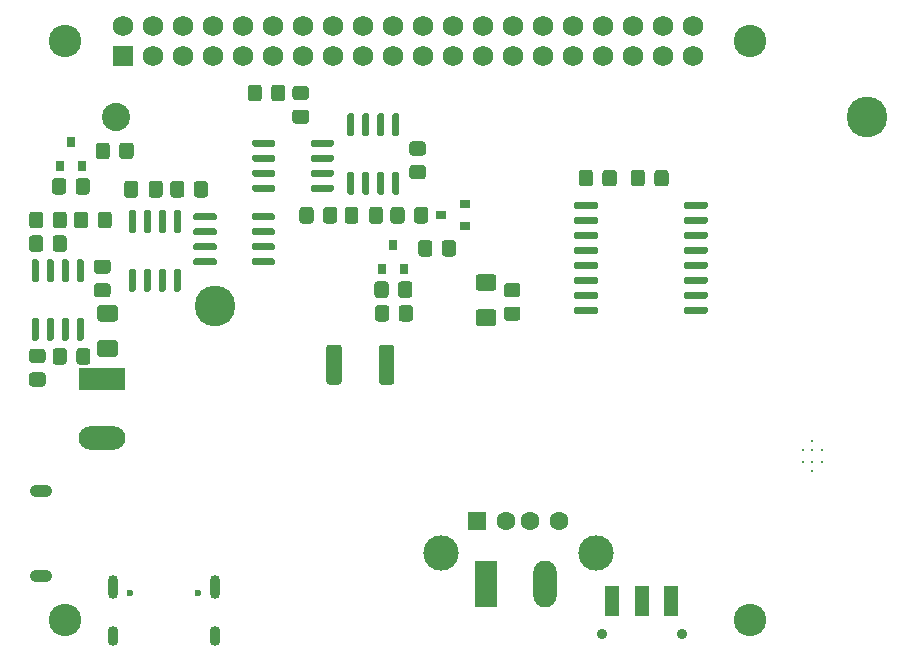
<source format=gbr>
%TF.GenerationSoftware,KiCad,Pcbnew,5.1.10-88a1d61d58~90~ubuntu20.04.1*%
%TF.CreationDate,2021-08-05T17:18:09+03:00*%
%TF.ProjectId,PiUPS,50695550-532e-46b6-9963-61645f706362,rev?*%
%TF.SameCoordinates,Original*%
%TF.FileFunction,Soldermask,Bot*%
%TF.FilePolarity,Negative*%
%FSLAX46Y46*%
G04 Gerber Fmt 4.6, Leading zero omitted, Abs format (unit mm)*
G04 Created by KiCad (PCBNEW 5.1.10-88a1d61d58~90~ubuntu20.04.1) date 2021-08-05 17:18:09*
%MOMM*%
%LPD*%
G01*
G04 APERTURE LIST*
%ADD10C,0.300000*%
%ADD11C,0.900000*%
%ADD12R,1.250000X2.500000*%
%ADD13R,0.900000X0.800000*%
%ADD14R,0.800000X0.900000*%
%ADD15C,1.750000*%
%ADD16R,1.750000X1.750000*%
%ADD17C,2.750000*%
%ADD18O,1.980000X3.960000*%
%ADD19R,1.980000X3.960000*%
%ADD20C,1.600000*%
%ADD21R,1.600000X1.600000*%
%ADD22C,3.000000*%
%ADD23O,3.960000X1.980000*%
%ADD24R,3.960000X1.980000*%
%ADD25O,1.900000X1.050000*%
%ADD26C,0.600000*%
%ADD27O,0.900000X1.700000*%
%ADD28O,0.900000X2.000000*%
%ADD29C,2.390000*%
%ADD30C,3.450000*%
G04 APERTURE END LIST*
%TO.C,R12*%
G36*
G01*
X87350000Y-75750001D02*
X87350000Y-74849999D01*
G75*
G02*
X87599999Y-74600000I249999J0D01*
G01*
X88300001Y-74600000D01*
G75*
G02*
X88550000Y-74849999I0J-249999D01*
G01*
X88550000Y-75750001D01*
G75*
G02*
X88300001Y-76000000I-249999J0D01*
G01*
X87599999Y-76000000D01*
G75*
G02*
X87350000Y-75750001I0J249999D01*
G01*
G37*
G36*
G01*
X85350000Y-75750001D02*
X85350000Y-74849999D01*
G75*
G02*
X85599999Y-74600000I249999J0D01*
G01*
X86300001Y-74600000D01*
G75*
G02*
X86550000Y-74849999I0J-249999D01*
G01*
X86550000Y-75750001D01*
G75*
G02*
X86300001Y-76000000I-249999J0D01*
G01*
X85599999Y-76000000D01*
G75*
G02*
X85350000Y-75750001I0J249999D01*
G01*
G37*
%TD*%
%TO.C,U4*%
G36*
G01*
X115025000Y-84660000D02*
X115025000Y-84960000D01*
G75*
G02*
X114875000Y-85110000I-150000J0D01*
G01*
X113125000Y-85110000D01*
G75*
G02*
X112975000Y-84960000I0J150000D01*
G01*
X112975000Y-84660000D01*
G75*
G02*
X113125000Y-84510000I150000J0D01*
G01*
X114875000Y-84510000D01*
G75*
G02*
X115025000Y-84660000I0J-150000D01*
G01*
G37*
G36*
G01*
X115025000Y-85930000D02*
X115025000Y-86230000D01*
G75*
G02*
X114875000Y-86380000I-150000J0D01*
G01*
X113125000Y-86380000D01*
G75*
G02*
X112975000Y-86230000I0J150000D01*
G01*
X112975000Y-85930000D01*
G75*
G02*
X113125000Y-85780000I150000J0D01*
G01*
X114875000Y-85780000D01*
G75*
G02*
X115025000Y-85930000I0J-150000D01*
G01*
G37*
G36*
G01*
X115025000Y-87200000D02*
X115025000Y-87500000D01*
G75*
G02*
X114875000Y-87650000I-150000J0D01*
G01*
X113125000Y-87650000D01*
G75*
G02*
X112975000Y-87500000I0J150000D01*
G01*
X112975000Y-87200000D01*
G75*
G02*
X113125000Y-87050000I150000J0D01*
G01*
X114875000Y-87050000D01*
G75*
G02*
X115025000Y-87200000I0J-150000D01*
G01*
G37*
G36*
G01*
X115025000Y-88470000D02*
X115025000Y-88770000D01*
G75*
G02*
X114875000Y-88920000I-150000J0D01*
G01*
X113125000Y-88920000D01*
G75*
G02*
X112975000Y-88770000I0J150000D01*
G01*
X112975000Y-88470000D01*
G75*
G02*
X113125000Y-88320000I150000J0D01*
G01*
X114875000Y-88320000D01*
G75*
G02*
X115025000Y-88470000I0J-150000D01*
G01*
G37*
G36*
G01*
X115025000Y-89740000D02*
X115025000Y-90040000D01*
G75*
G02*
X114875000Y-90190000I-150000J0D01*
G01*
X113125000Y-90190000D01*
G75*
G02*
X112975000Y-90040000I0J150000D01*
G01*
X112975000Y-89740000D01*
G75*
G02*
X113125000Y-89590000I150000J0D01*
G01*
X114875000Y-89590000D01*
G75*
G02*
X115025000Y-89740000I0J-150000D01*
G01*
G37*
G36*
G01*
X115025000Y-91010000D02*
X115025000Y-91310000D01*
G75*
G02*
X114875000Y-91460000I-150000J0D01*
G01*
X113125000Y-91460000D01*
G75*
G02*
X112975000Y-91310000I0J150000D01*
G01*
X112975000Y-91010000D01*
G75*
G02*
X113125000Y-90860000I150000J0D01*
G01*
X114875000Y-90860000D01*
G75*
G02*
X115025000Y-91010000I0J-150000D01*
G01*
G37*
G36*
G01*
X115025000Y-92280000D02*
X115025000Y-92580000D01*
G75*
G02*
X114875000Y-92730000I-150000J0D01*
G01*
X113125000Y-92730000D01*
G75*
G02*
X112975000Y-92580000I0J150000D01*
G01*
X112975000Y-92280000D01*
G75*
G02*
X113125000Y-92130000I150000J0D01*
G01*
X114875000Y-92130000D01*
G75*
G02*
X115025000Y-92280000I0J-150000D01*
G01*
G37*
G36*
G01*
X115025000Y-93550000D02*
X115025000Y-93850000D01*
G75*
G02*
X114875000Y-94000000I-150000J0D01*
G01*
X113125000Y-94000000D01*
G75*
G02*
X112975000Y-93850000I0J150000D01*
G01*
X112975000Y-93550000D01*
G75*
G02*
X113125000Y-93400000I150000J0D01*
G01*
X114875000Y-93400000D01*
G75*
G02*
X115025000Y-93550000I0J-150000D01*
G01*
G37*
G36*
G01*
X124325000Y-93550000D02*
X124325000Y-93850000D01*
G75*
G02*
X124175000Y-94000000I-150000J0D01*
G01*
X122425000Y-94000000D01*
G75*
G02*
X122275000Y-93850000I0J150000D01*
G01*
X122275000Y-93550000D01*
G75*
G02*
X122425000Y-93400000I150000J0D01*
G01*
X124175000Y-93400000D01*
G75*
G02*
X124325000Y-93550000I0J-150000D01*
G01*
G37*
G36*
G01*
X124325000Y-92280000D02*
X124325000Y-92580000D01*
G75*
G02*
X124175000Y-92730000I-150000J0D01*
G01*
X122425000Y-92730000D01*
G75*
G02*
X122275000Y-92580000I0J150000D01*
G01*
X122275000Y-92280000D01*
G75*
G02*
X122425000Y-92130000I150000J0D01*
G01*
X124175000Y-92130000D01*
G75*
G02*
X124325000Y-92280000I0J-150000D01*
G01*
G37*
G36*
G01*
X124325000Y-91010000D02*
X124325000Y-91310000D01*
G75*
G02*
X124175000Y-91460000I-150000J0D01*
G01*
X122425000Y-91460000D01*
G75*
G02*
X122275000Y-91310000I0J150000D01*
G01*
X122275000Y-91010000D01*
G75*
G02*
X122425000Y-90860000I150000J0D01*
G01*
X124175000Y-90860000D01*
G75*
G02*
X124325000Y-91010000I0J-150000D01*
G01*
G37*
G36*
G01*
X124325000Y-89740000D02*
X124325000Y-90040000D01*
G75*
G02*
X124175000Y-90190000I-150000J0D01*
G01*
X122425000Y-90190000D01*
G75*
G02*
X122275000Y-90040000I0J150000D01*
G01*
X122275000Y-89740000D01*
G75*
G02*
X122425000Y-89590000I150000J0D01*
G01*
X124175000Y-89590000D01*
G75*
G02*
X124325000Y-89740000I0J-150000D01*
G01*
G37*
G36*
G01*
X124325000Y-88470000D02*
X124325000Y-88770000D01*
G75*
G02*
X124175000Y-88920000I-150000J0D01*
G01*
X122425000Y-88920000D01*
G75*
G02*
X122275000Y-88770000I0J150000D01*
G01*
X122275000Y-88470000D01*
G75*
G02*
X122425000Y-88320000I150000J0D01*
G01*
X124175000Y-88320000D01*
G75*
G02*
X124325000Y-88470000I0J-150000D01*
G01*
G37*
G36*
G01*
X124325000Y-87200000D02*
X124325000Y-87500000D01*
G75*
G02*
X124175000Y-87650000I-150000J0D01*
G01*
X122425000Y-87650000D01*
G75*
G02*
X122275000Y-87500000I0J150000D01*
G01*
X122275000Y-87200000D01*
G75*
G02*
X122425000Y-87050000I150000J0D01*
G01*
X124175000Y-87050000D01*
G75*
G02*
X124325000Y-87200000I0J-150000D01*
G01*
G37*
G36*
G01*
X124325000Y-85930000D02*
X124325000Y-86230000D01*
G75*
G02*
X124175000Y-86380000I-150000J0D01*
G01*
X122425000Y-86380000D01*
G75*
G02*
X122275000Y-86230000I0J150000D01*
G01*
X122275000Y-85930000D01*
G75*
G02*
X122425000Y-85780000I150000J0D01*
G01*
X124175000Y-85780000D01*
G75*
G02*
X124325000Y-85930000I0J-150000D01*
G01*
G37*
G36*
G01*
X124325000Y-84660000D02*
X124325000Y-84960000D01*
G75*
G02*
X124175000Y-85110000I-150000J0D01*
G01*
X122425000Y-85110000D01*
G75*
G02*
X122275000Y-84960000I0J150000D01*
G01*
X122275000Y-84660000D01*
G75*
G02*
X122425000Y-84510000I150000J0D01*
G01*
X124175000Y-84510000D01*
G75*
G02*
X124325000Y-84660000I0J-150000D01*
G01*
G37*
%TD*%
D10*
%TO.C,U3*%
X133175000Y-104750000D03*
X133175000Y-107300000D03*
X133950000Y-105500000D03*
X132400000Y-105500000D03*
X133175000Y-105500000D03*
X133950000Y-106550000D03*
X132400000Y-106550000D03*
X133175000Y-106550000D03*
%TD*%
%TO.C,U1*%
G36*
G01*
X71350000Y-91325000D02*
X71050000Y-91325000D01*
G75*
G02*
X70900000Y-91175000I0J150000D01*
G01*
X70900000Y-89525000D01*
G75*
G02*
X71050000Y-89375000I150000J0D01*
G01*
X71350000Y-89375000D01*
G75*
G02*
X71500000Y-89525000I0J-150000D01*
G01*
X71500000Y-91175000D01*
G75*
G02*
X71350000Y-91325000I-150000J0D01*
G01*
G37*
G36*
G01*
X70080000Y-91325000D02*
X69780000Y-91325000D01*
G75*
G02*
X69630000Y-91175000I0J150000D01*
G01*
X69630000Y-89525000D01*
G75*
G02*
X69780000Y-89375000I150000J0D01*
G01*
X70080000Y-89375000D01*
G75*
G02*
X70230000Y-89525000I0J-150000D01*
G01*
X70230000Y-91175000D01*
G75*
G02*
X70080000Y-91325000I-150000J0D01*
G01*
G37*
G36*
G01*
X68810000Y-91325000D02*
X68510000Y-91325000D01*
G75*
G02*
X68360000Y-91175000I0J150000D01*
G01*
X68360000Y-89525000D01*
G75*
G02*
X68510000Y-89375000I150000J0D01*
G01*
X68810000Y-89375000D01*
G75*
G02*
X68960000Y-89525000I0J-150000D01*
G01*
X68960000Y-91175000D01*
G75*
G02*
X68810000Y-91325000I-150000J0D01*
G01*
G37*
G36*
G01*
X67540000Y-91325000D02*
X67240000Y-91325000D01*
G75*
G02*
X67090000Y-91175000I0J150000D01*
G01*
X67090000Y-89525000D01*
G75*
G02*
X67240000Y-89375000I150000J0D01*
G01*
X67540000Y-89375000D01*
G75*
G02*
X67690000Y-89525000I0J-150000D01*
G01*
X67690000Y-91175000D01*
G75*
G02*
X67540000Y-91325000I-150000J0D01*
G01*
G37*
G36*
G01*
X67540000Y-96275000D02*
X67240000Y-96275000D01*
G75*
G02*
X67090000Y-96125000I0J150000D01*
G01*
X67090000Y-94475000D01*
G75*
G02*
X67240000Y-94325000I150000J0D01*
G01*
X67540000Y-94325000D01*
G75*
G02*
X67690000Y-94475000I0J-150000D01*
G01*
X67690000Y-96125000D01*
G75*
G02*
X67540000Y-96275000I-150000J0D01*
G01*
G37*
G36*
G01*
X68810000Y-96275000D02*
X68510000Y-96275000D01*
G75*
G02*
X68360000Y-96125000I0J150000D01*
G01*
X68360000Y-94475000D01*
G75*
G02*
X68510000Y-94325000I150000J0D01*
G01*
X68810000Y-94325000D01*
G75*
G02*
X68960000Y-94475000I0J-150000D01*
G01*
X68960000Y-96125000D01*
G75*
G02*
X68810000Y-96275000I-150000J0D01*
G01*
G37*
G36*
G01*
X70080000Y-96275000D02*
X69780000Y-96275000D01*
G75*
G02*
X69630000Y-96125000I0J150000D01*
G01*
X69630000Y-94475000D01*
G75*
G02*
X69780000Y-94325000I150000J0D01*
G01*
X70080000Y-94325000D01*
G75*
G02*
X70230000Y-94475000I0J-150000D01*
G01*
X70230000Y-96125000D01*
G75*
G02*
X70080000Y-96275000I-150000J0D01*
G01*
G37*
G36*
G01*
X71350000Y-96275000D02*
X71050000Y-96275000D01*
G75*
G02*
X70900000Y-96125000I0J150000D01*
G01*
X70900000Y-94475000D01*
G75*
G02*
X71050000Y-94325000I150000J0D01*
G01*
X71350000Y-94325000D01*
G75*
G02*
X71500000Y-94475000I0J-150000D01*
G01*
X71500000Y-96125000D01*
G75*
G02*
X71350000Y-96275000I-150000J0D01*
G01*
G37*
%TD*%
D11*
%TO.C,SW1*%
X115325000Y-121080000D03*
X122125000Y-121080000D03*
D12*
X116225000Y-118330000D03*
X118725000Y-118330000D03*
X121225000Y-118330000D03*
%TD*%
%TO.C,R17*%
G36*
G01*
X107309999Y-93380000D02*
X108210001Y-93380000D01*
G75*
G02*
X108460000Y-93629999I0J-249999D01*
G01*
X108460000Y-94330001D01*
G75*
G02*
X108210001Y-94580000I-249999J0D01*
G01*
X107309999Y-94580000D01*
G75*
G02*
X107060000Y-94330001I0J249999D01*
G01*
X107060000Y-93629999D01*
G75*
G02*
X107309999Y-93380000I249999J0D01*
G01*
G37*
G36*
G01*
X107309999Y-91380000D02*
X108210001Y-91380000D01*
G75*
G02*
X108460000Y-91629999I0J-249999D01*
G01*
X108460000Y-92330001D01*
G75*
G02*
X108210001Y-92580000I-249999J0D01*
G01*
X107309999Y-92580000D01*
G75*
G02*
X107060000Y-92330001I0J249999D01*
G01*
X107060000Y-91629999D01*
G75*
G02*
X107309999Y-91380000I249999J0D01*
G01*
G37*
%TD*%
%TO.C,R10*%
G36*
G01*
X89399999Y-76700000D02*
X90300001Y-76700000D01*
G75*
G02*
X90550000Y-76949999I0J-249999D01*
G01*
X90550000Y-77650001D01*
G75*
G02*
X90300001Y-77900000I-249999J0D01*
G01*
X89399999Y-77900000D01*
G75*
G02*
X89150000Y-77650001I0J249999D01*
G01*
X89150000Y-76949999D01*
G75*
G02*
X89399999Y-76700000I249999J0D01*
G01*
G37*
G36*
G01*
X89399999Y-74700000D02*
X90300001Y-74700000D01*
G75*
G02*
X90550000Y-74949999I0J-249999D01*
G01*
X90550000Y-75650001D01*
G75*
G02*
X90300001Y-75900000I-249999J0D01*
G01*
X89399999Y-75900000D01*
G75*
G02*
X89150000Y-75650001I0J249999D01*
G01*
X89150000Y-74949999D01*
G75*
G02*
X89399999Y-74700000I249999J0D01*
G01*
G37*
%TD*%
%TO.C,R6*%
G36*
G01*
X115400000Y-82950001D02*
X115400000Y-82049999D01*
G75*
G02*
X115649999Y-81800000I249999J0D01*
G01*
X116350001Y-81800000D01*
G75*
G02*
X116600000Y-82049999I0J-249999D01*
G01*
X116600000Y-82950001D01*
G75*
G02*
X116350001Y-83200000I-249999J0D01*
G01*
X115649999Y-83200000D01*
G75*
G02*
X115400000Y-82950001I0J249999D01*
G01*
G37*
G36*
G01*
X113400000Y-82950001D02*
X113400000Y-82049999D01*
G75*
G02*
X113649999Y-81800000I249999J0D01*
G01*
X114350001Y-81800000D01*
G75*
G02*
X114600000Y-82049999I0J-249999D01*
G01*
X114600000Y-82950001D01*
G75*
G02*
X114350001Y-83200000I-249999J0D01*
G01*
X113649999Y-83200000D01*
G75*
G02*
X113400000Y-82950001I0J249999D01*
G01*
G37*
%TD*%
%TO.C,R4*%
G36*
G01*
X119800000Y-82950001D02*
X119800000Y-82049999D01*
G75*
G02*
X120049999Y-81800000I249999J0D01*
G01*
X120750001Y-81800000D01*
G75*
G02*
X121000000Y-82049999I0J-249999D01*
G01*
X121000000Y-82950001D01*
G75*
G02*
X120750001Y-83200000I-249999J0D01*
G01*
X120049999Y-83200000D01*
G75*
G02*
X119800000Y-82950001I0J249999D01*
G01*
G37*
G36*
G01*
X117800000Y-82950001D02*
X117800000Y-82049999D01*
G75*
G02*
X118049999Y-81800000I249999J0D01*
G01*
X118750001Y-81800000D01*
G75*
G02*
X119000000Y-82049999I0J-249999D01*
G01*
X119000000Y-82950001D01*
G75*
G02*
X118750001Y-83200000I-249999J0D01*
G01*
X118049999Y-83200000D01*
G75*
G02*
X117800000Y-82950001I0J249999D01*
G01*
G37*
%TD*%
%TO.C,R34*%
G36*
G01*
X90950000Y-85199999D02*
X90950000Y-86100001D01*
G75*
G02*
X90700001Y-86350000I-249999J0D01*
G01*
X89999999Y-86350000D01*
G75*
G02*
X89750000Y-86100001I0J249999D01*
G01*
X89750000Y-85199999D01*
G75*
G02*
X89999999Y-84950000I249999J0D01*
G01*
X90700001Y-84950000D01*
G75*
G02*
X90950000Y-85199999I0J-249999D01*
G01*
G37*
G36*
G01*
X92950000Y-85199999D02*
X92950000Y-86100001D01*
G75*
G02*
X92700001Y-86350000I-249999J0D01*
G01*
X91999999Y-86350000D01*
G75*
G02*
X91750000Y-86100001I0J249999D01*
G01*
X91750000Y-85199999D01*
G75*
G02*
X91999999Y-84950000I249999J0D01*
G01*
X92700001Y-84950000D01*
G75*
G02*
X92950000Y-85199999I0J-249999D01*
G01*
G37*
%TD*%
%TO.C,R8*%
G36*
G01*
X80800000Y-83900001D02*
X80800000Y-82999999D01*
G75*
G02*
X81049999Y-82750000I249999J0D01*
G01*
X81750001Y-82750000D01*
G75*
G02*
X82000000Y-82999999I0J-249999D01*
G01*
X82000000Y-83900001D01*
G75*
G02*
X81750001Y-84150000I-249999J0D01*
G01*
X81049999Y-84150000D01*
G75*
G02*
X80800000Y-83900001I0J249999D01*
G01*
G37*
G36*
G01*
X78800000Y-83900001D02*
X78800000Y-82999999D01*
G75*
G02*
X79049999Y-82750000I249999J0D01*
G01*
X79750001Y-82750000D01*
G75*
G02*
X80000000Y-82999999I0J-249999D01*
G01*
X80000000Y-83900001D01*
G75*
G02*
X79750001Y-84150000I-249999J0D01*
G01*
X79049999Y-84150000D01*
G75*
G02*
X78800000Y-83900001I0J249999D01*
G01*
G37*
%TD*%
%TO.C,R35*%
G36*
G01*
X98650000Y-85199999D02*
X98650000Y-86100001D01*
G75*
G02*
X98400001Y-86350000I-249999J0D01*
G01*
X97699999Y-86350000D01*
G75*
G02*
X97450000Y-86100001I0J249999D01*
G01*
X97450000Y-85199999D01*
G75*
G02*
X97699999Y-84950000I249999J0D01*
G01*
X98400001Y-84950000D01*
G75*
G02*
X98650000Y-85199999I0J-249999D01*
G01*
G37*
G36*
G01*
X100650000Y-85199999D02*
X100650000Y-86100001D01*
G75*
G02*
X100400001Y-86350000I-249999J0D01*
G01*
X99699999Y-86350000D01*
G75*
G02*
X99450000Y-86100001I0J249999D01*
G01*
X99450000Y-85199999D01*
G75*
G02*
X99699999Y-84950000I249999J0D01*
G01*
X100400001Y-84950000D01*
G75*
G02*
X100650000Y-85199999I0J-249999D01*
G01*
G37*
%TD*%
%TO.C,R14*%
G36*
G01*
X74500000Y-80650001D02*
X74500000Y-79749999D01*
G75*
G02*
X74749999Y-79500000I249999J0D01*
G01*
X75450001Y-79500000D01*
G75*
G02*
X75700000Y-79749999I0J-249999D01*
G01*
X75700000Y-80650001D01*
G75*
G02*
X75450001Y-80900000I-249999J0D01*
G01*
X74749999Y-80900000D01*
G75*
G02*
X74500000Y-80650001I0J249999D01*
G01*
G37*
G36*
G01*
X72500000Y-80650001D02*
X72500000Y-79749999D01*
G75*
G02*
X72749999Y-79500000I249999J0D01*
G01*
X73450001Y-79500000D01*
G75*
G02*
X73700000Y-79749999I0J-249999D01*
G01*
X73700000Y-80650001D01*
G75*
G02*
X73450001Y-80900000I-249999J0D01*
G01*
X72749999Y-80900000D01*
G75*
G02*
X72500000Y-80650001I0J249999D01*
G01*
G37*
%TD*%
%TO.C,R30*%
G36*
G01*
X70000000Y-82749999D02*
X70000000Y-83650001D01*
G75*
G02*
X69750001Y-83900000I-249999J0D01*
G01*
X69049999Y-83900000D01*
G75*
G02*
X68800000Y-83650001I0J249999D01*
G01*
X68800000Y-82749999D01*
G75*
G02*
X69049999Y-82500000I249999J0D01*
G01*
X69750001Y-82500000D01*
G75*
G02*
X70000000Y-82749999I0J-249999D01*
G01*
G37*
G36*
G01*
X72000000Y-82749999D02*
X72000000Y-83650001D01*
G75*
G02*
X71750001Y-83900000I-249999J0D01*
G01*
X71049999Y-83900000D01*
G75*
G02*
X70800000Y-83650001I0J249999D01*
G01*
X70800000Y-82749999D01*
G75*
G02*
X71049999Y-82500000I249999J0D01*
G01*
X71750001Y-82500000D01*
G75*
G02*
X72000000Y-82749999I0J-249999D01*
G01*
G37*
%TD*%
%TO.C,R37*%
G36*
G01*
X101800000Y-88900001D02*
X101800000Y-87999999D01*
G75*
G02*
X102049999Y-87750000I249999J0D01*
G01*
X102750001Y-87750000D01*
G75*
G02*
X103000000Y-87999999I0J-249999D01*
G01*
X103000000Y-88900001D01*
G75*
G02*
X102750001Y-89150000I-249999J0D01*
G01*
X102049999Y-89150000D01*
G75*
G02*
X101800000Y-88900001I0J249999D01*
G01*
G37*
G36*
G01*
X99800000Y-88900001D02*
X99800000Y-87999999D01*
G75*
G02*
X100049999Y-87750000I249999J0D01*
G01*
X100750001Y-87750000D01*
G75*
G02*
X101000000Y-87999999I0J-249999D01*
G01*
X101000000Y-88900001D01*
G75*
G02*
X100750001Y-89150000I-249999J0D01*
G01*
X100049999Y-89150000D01*
G75*
G02*
X99800000Y-88900001I0J249999D01*
G01*
G37*
%TD*%
%TO.C,R23*%
G36*
G01*
X71850000Y-85599999D02*
X71850000Y-86500001D01*
G75*
G02*
X71600001Y-86750000I-249999J0D01*
G01*
X70899999Y-86750000D01*
G75*
G02*
X70650000Y-86500001I0J249999D01*
G01*
X70650000Y-85599999D01*
G75*
G02*
X70899999Y-85350000I249999J0D01*
G01*
X71600001Y-85350000D01*
G75*
G02*
X71850000Y-85599999I0J-249999D01*
G01*
G37*
G36*
G01*
X73850000Y-85599999D02*
X73850000Y-86500001D01*
G75*
G02*
X73600001Y-86750000I-249999J0D01*
G01*
X72899999Y-86750000D01*
G75*
G02*
X72650000Y-86500001I0J249999D01*
G01*
X72650000Y-85599999D01*
G75*
G02*
X72899999Y-85350000I249999J0D01*
G01*
X73600001Y-85350000D01*
G75*
G02*
X73850000Y-85599999I0J-249999D01*
G01*
G37*
%TD*%
%TO.C,R36*%
G36*
G01*
X100200001Y-80600000D02*
X99299999Y-80600000D01*
G75*
G02*
X99050000Y-80350001I0J249999D01*
G01*
X99050000Y-79649999D01*
G75*
G02*
X99299999Y-79400000I249999J0D01*
G01*
X100200001Y-79400000D01*
G75*
G02*
X100450000Y-79649999I0J-249999D01*
G01*
X100450000Y-80350001D01*
G75*
G02*
X100200001Y-80600000I-249999J0D01*
G01*
G37*
G36*
G01*
X100200001Y-82600000D02*
X99299999Y-82600000D01*
G75*
G02*
X99050000Y-82350001I0J249999D01*
G01*
X99050000Y-81649999D01*
G75*
G02*
X99299999Y-81400000I249999J0D01*
G01*
X100200001Y-81400000D01*
G75*
G02*
X100450000Y-81649999I0J-249999D01*
G01*
X100450000Y-82350001D01*
G75*
G02*
X100200001Y-82600000I-249999J0D01*
G01*
G37*
%TD*%
%TO.C,R39*%
G36*
G01*
X98100000Y-92400001D02*
X98100000Y-91499999D01*
G75*
G02*
X98349999Y-91250000I249999J0D01*
G01*
X99050001Y-91250000D01*
G75*
G02*
X99300000Y-91499999I0J-249999D01*
G01*
X99300000Y-92400001D01*
G75*
G02*
X99050001Y-92650000I-249999J0D01*
G01*
X98349999Y-92650000D01*
G75*
G02*
X98100000Y-92400001I0J249999D01*
G01*
G37*
G36*
G01*
X96100000Y-92400001D02*
X96100000Y-91499999D01*
G75*
G02*
X96349999Y-91250000I249999J0D01*
G01*
X97050001Y-91250000D01*
G75*
G02*
X97300000Y-91499999I0J-249999D01*
G01*
X97300000Y-92400001D01*
G75*
G02*
X97050001Y-92650000I-249999J0D01*
G01*
X96349999Y-92650000D01*
G75*
G02*
X96100000Y-92400001I0J249999D01*
G01*
G37*
%TD*%
%TO.C,R38*%
G36*
G01*
X98150000Y-94400001D02*
X98150000Y-93499999D01*
G75*
G02*
X98399999Y-93250000I249999J0D01*
G01*
X99100001Y-93250000D01*
G75*
G02*
X99350000Y-93499999I0J-249999D01*
G01*
X99350000Y-94400001D01*
G75*
G02*
X99100001Y-94650000I-249999J0D01*
G01*
X98399999Y-94650000D01*
G75*
G02*
X98150000Y-94400001I0J249999D01*
G01*
G37*
G36*
G01*
X96150000Y-94400001D02*
X96150000Y-93499999D01*
G75*
G02*
X96399999Y-93250000I249999J0D01*
G01*
X97100001Y-93250000D01*
G75*
G02*
X97350000Y-93499999I0J-249999D01*
G01*
X97350000Y-94400001D01*
G75*
G02*
X97100001Y-94650000I-249999J0D01*
G01*
X96399999Y-94650000D01*
G75*
G02*
X96150000Y-94400001I0J249999D01*
G01*
G37*
%TD*%
%TO.C,R2*%
G36*
G01*
X70850000Y-98050001D02*
X70850000Y-97149999D01*
G75*
G02*
X71099999Y-96900000I249999J0D01*
G01*
X71800001Y-96900000D01*
G75*
G02*
X72050000Y-97149999I0J-249999D01*
G01*
X72050000Y-98050001D01*
G75*
G02*
X71800001Y-98300000I-249999J0D01*
G01*
X71099999Y-98300000D01*
G75*
G02*
X70850000Y-98050001I0J249999D01*
G01*
G37*
G36*
G01*
X68850000Y-98050001D02*
X68850000Y-97149999D01*
G75*
G02*
X69099999Y-96900000I249999J0D01*
G01*
X69800001Y-96900000D01*
G75*
G02*
X70050000Y-97149999I0J-249999D01*
G01*
X70050000Y-98050001D01*
G75*
G02*
X69800001Y-98300000I-249999J0D01*
G01*
X69099999Y-98300000D01*
G75*
G02*
X68850000Y-98050001I0J249999D01*
G01*
G37*
%TD*%
%TO.C,R3*%
G36*
G01*
X67099999Y-98950000D02*
X68000001Y-98950000D01*
G75*
G02*
X68250000Y-99199999I0J-249999D01*
G01*
X68250000Y-99900001D01*
G75*
G02*
X68000001Y-100150000I-249999J0D01*
G01*
X67099999Y-100150000D01*
G75*
G02*
X66850000Y-99900001I0J249999D01*
G01*
X66850000Y-99199999D01*
G75*
G02*
X67099999Y-98950000I249999J0D01*
G01*
G37*
G36*
G01*
X67099999Y-96950000D02*
X68000001Y-96950000D01*
G75*
G02*
X68250000Y-97199999I0J-249999D01*
G01*
X68250000Y-97900001D01*
G75*
G02*
X68000001Y-98150000I-249999J0D01*
G01*
X67099999Y-98150000D01*
G75*
G02*
X66850000Y-97900001I0J249999D01*
G01*
X66850000Y-97199999D01*
G75*
G02*
X67099999Y-96950000I249999J0D01*
G01*
G37*
%TD*%
%TO.C,R29*%
G36*
G01*
X68050000Y-85599999D02*
X68050000Y-86500001D01*
G75*
G02*
X67800001Y-86750000I-249999J0D01*
G01*
X67099999Y-86750000D01*
G75*
G02*
X66850000Y-86500001I0J249999D01*
G01*
X66850000Y-85599999D01*
G75*
G02*
X67099999Y-85350000I249999J0D01*
G01*
X67800001Y-85350000D01*
G75*
G02*
X68050000Y-85599999I0J-249999D01*
G01*
G37*
G36*
G01*
X70050000Y-85599999D02*
X70050000Y-86500001D01*
G75*
G02*
X69800001Y-86750000I-249999J0D01*
G01*
X69099999Y-86750000D01*
G75*
G02*
X68850000Y-86500001I0J249999D01*
G01*
X68850000Y-85599999D01*
G75*
G02*
X69099999Y-85350000I249999J0D01*
G01*
X69800001Y-85350000D01*
G75*
G02*
X70050000Y-85599999I0J-249999D01*
G01*
G37*
%TD*%
%TO.C,R22*%
G36*
G01*
X68850000Y-88500001D02*
X68850000Y-87599999D01*
G75*
G02*
X69099999Y-87350000I249999J0D01*
G01*
X69800001Y-87350000D01*
G75*
G02*
X70050000Y-87599999I0J-249999D01*
G01*
X70050000Y-88500001D01*
G75*
G02*
X69800001Y-88750000I-249999J0D01*
G01*
X69099999Y-88750000D01*
G75*
G02*
X68850000Y-88500001I0J249999D01*
G01*
G37*
G36*
G01*
X66850000Y-88500001D02*
X66850000Y-87599999D01*
G75*
G02*
X67099999Y-87350000I249999J0D01*
G01*
X67800001Y-87350000D01*
G75*
G02*
X68050000Y-87599999I0J-249999D01*
G01*
X68050000Y-88500001D01*
G75*
G02*
X67800001Y-88750000I-249999J0D01*
G01*
X67099999Y-88750000D01*
G75*
G02*
X66850000Y-88500001I0J249999D01*
G01*
G37*
%TD*%
%TO.C,R7*%
G36*
G01*
X73500001Y-90600000D02*
X72599999Y-90600000D01*
G75*
G02*
X72350000Y-90350001I0J249999D01*
G01*
X72350000Y-89649999D01*
G75*
G02*
X72599999Y-89400000I249999J0D01*
G01*
X73500001Y-89400000D01*
G75*
G02*
X73750000Y-89649999I0J-249999D01*
G01*
X73750000Y-90350001D01*
G75*
G02*
X73500001Y-90600000I-249999J0D01*
G01*
G37*
G36*
G01*
X73500001Y-92600000D02*
X72599999Y-92600000D01*
G75*
G02*
X72350000Y-92350001I0J249999D01*
G01*
X72350000Y-91649999D01*
G75*
G02*
X72599999Y-91400000I249999J0D01*
G01*
X73500001Y-91400000D01*
G75*
G02*
X73750000Y-91649999I0J-249999D01*
G01*
X73750000Y-92350001D01*
G75*
G02*
X73500001Y-92600000I-249999J0D01*
G01*
G37*
%TD*%
%TO.C,Q5*%
G36*
G01*
X87700000Y-79415000D02*
X87700000Y-79715000D01*
G75*
G02*
X87550000Y-79865000I-150000J0D01*
G01*
X85900000Y-79865000D01*
G75*
G02*
X85750000Y-79715000I0J150000D01*
G01*
X85750000Y-79415000D01*
G75*
G02*
X85900000Y-79265000I150000J0D01*
G01*
X87550000Y-79265000D01*
G75*
G02*
X87700000Y-79415000I0J-150000D01*
G01*
G37*
G36*
G01*
X87700000Y-80685000D02*
X87700000Y-80985000D01*
G75*
G02*
X87550000Y-81135000I-150000J0D01*
G01*
X85900000Y-81135000D01*
G75*
G02*
X85750000Y-80985000I0J150000D01*
G01*
X85750000Y-80685000D01*
G75*
G02*
X85900000Y-80535000I150000J0D01*
G01*
X87550000Y-80535000D01*
G75*
G02*
X87700000Y-80685000I0J-150000D01*
G01*
G37*
G36*
G01*
X87700000Y-81955000D02*
X87700000Y-82255000D01*
G75*
G02*
X87550000Y-82405000I-150000J0D01*
G01*
X85900000Y-82405000D01*
G75*
G02*
X85750000Y-82255000I0J150000D01*
G01*
X85750000Y-81955000D01*
G75*
G02*
X85900000Y-81805000I150000J0D01*
G01*
X87550000Y-81805000D01*
G75*
G02*
X87700000Y-81955000I0J-150000D01*
G01*
G37*
G36*
G01*
X87700000Y-83225000D02*
X87700000Y-83525000D01*
G75*
G02*
X87550000Y-83675000I-150000J0D01*
G01*
X85900000Y-83675000D01*
G75*
G02*
X85750000Y-83525000I0J150000D01*
G01*
X85750000Y-83225000D01*
G75*
G02*
X85900000Y-83075000I150000J0D01*
G01*
X87550000Y-83075000D01*
G75*
G02*
X87700000Y-83225000I0J-150000D01*
G01*
G37*
G36*
G01*
X92650000Y-83225000D02*
X92650000Y-83525000D01*
G75*
G02*
X92500000Y-83675000I-150000J0D01*
G01*
X90850000Y-83675000D01*
G75*
G02*
X90700000Y-83525000I0J150000D01*
G01*
X90700000Y-83225000D01*
G75*
G02*
X90850000Y-83075000I150000J0D01*
G01*
X92500000Y-83075000D01*
G75*
G02*
X92650000Y-83225000I0J-150000D01*
G01*
G37*
G36*
G01*
X92650000Y-81955000D02*
X92650000Y-82255000D01*
G75*
G02*
X92500000Y-82405000I-150000J0D01*
G01*
X90850000Y-82405000D01*
G75*
G02*
X90700000Y-82255000I0J150000D01*
G01*
X90700000Y-81955000D01*
G75*
G02*
X90850000Y-81805000I150000J0D01*
G01*
X92500000Y-81805000D01*
G75*
G02*
X92650000Y-81955000I0J-150000D01*
G01*
G37*
G36*
G01*
X92650000Y-80685000D02*
X92650000Y-80985000D01*
G75*
G02*
X92500000Y-81135000I-150000J0D01*
G01*
X90850000Y-81135000D01*
G75*
G02*
X90700000Y-80985000I0J150000D01*
G01*
X90700000Y-80685000D01*
G75*
G02*
X90850000Y-80535000I150000J0D01*
G01*
X92500000Y-80535000D01*
G75*
G02*
X92650000Y-80685000I0J-150000D01*
G01*
G37*
G36*
G01*
X92650000Y-79415000D02*
X92650000Y-79715000D01*
G75*
G02*
X92500000Y-79865000I-150000J0D01*
G01*
X90850000Y-79865000D01*
G75*
G02*
X90700000Y-79715000I0J150000D01*
G01*
X90700000Y-79415000D01*
G75*
G02*
X90850000Y-79265000I150000J0D01*
G01*
X92500000Y-79265000D01*
G75*
G02*
X92650000Y-79415000I0J-150000D01*
G01*
G37*
%TD*%
%TO.C,Q2*%
G36*
G01*
X85725000Y-89740000D02*
X85725000Y-89440000D01*
G75*
G02*
X85875000Y-89290000I150000J0D01*
G01*
X87525000Y-89290000D01*
G75*
G02*
X87675000Y-89440000I0J-150000D01*
G01*
X87675000Y-89740000D01*
G75*
G02*
X87525000Y-89890000I-150000J0D01*
G01*
X85875000Y-89890000D01*
G75*
G02*
X85725000Y-89740000I0J150000D01*
G01*
G37*
G36*
G01*
X85725000Y-88470000D02*
X85725000Y-88170000D01*
G75*
G02*
X85875000Y-88020000I150000J0D01*
G01*
X87525000Y-88020000D01*
G75*
G02*
X87675000Y-88170000I0J-150000D01*
G01*
X87675000Y-88470000D01*
G75*
G02*
X87525000Y-88620000I-150000J0D01*
G01*
X85875000Y-88620000D01*
G75*
G02*
X85725000Y-88470000I0J150000D01*
G01*
G37*
G36*
G01*
X85725000Y-87200000D02*
X85725000Y-86900000D01*
G75*
G02*
X85875000Y-86750000I150000J0D01*
G01*
X87525000Y-86750000D01*
G75*
G02*
X87675000Y-86900000I0J-150000D01*
G01*
X87675000Y-87200000D01*
G75*
G02*
X87525000Y-87350000I-150000J0D01*
G01*
X85875000Y-87350000D01*
G75*
G02*
X85725000Y-87200000I0J150000D01*
G01*
G37*
G36*
G01*
X85725000Y-85930000D02*
X85725000Y-85630000D01*
G75*
G02*
X85875000Y-85480000I150000J0D01*
G01*
X87525000Y-85480000D01*
G75*
G02*
X87675000Y-85630000I0J-150000D01*
G01*
X87675000Y-85930000D01*
G75*
G02*
X87525000Y-86080000I-150000J0D01*
G01*
X85875000Y-86080000D01*
G75*
G02*
X85725000Y-85930000I0J150000D01*
G01*
G37*
G36*
G01*
X80775000Y-85930000D02*
X80775000Y-85630000D01*
G75*
G02*
X80925000Y-85480000I150000J0D01*
G01*
X82575000Y-85480000D01*
G75*
G02*
X82725000Y-85630000I0J-150000D01*
G01*
X82725000Y-85930000D01*
G75*
G02*
X82575000Y-86080000I-150000J0D01*
G01*
X80925000Y-86080000D01*
G75*
G02*
X80775000Y-85930000I0J150000D01*
G01*
G37*
G36*
G01*
X80775000Y-87200000D02*
X80775000Y-86900000D01*
G75*
G02*
X80925000Y-86750000I150000J0D01*
G01*
X82575000Y-86750000D01*
G75*
G02*
X82725000Y-86900000I0J-150000D01*
G01*
X82725000Y-87200000D01*
G75*
G02*
X82575000Y-87350000I-150000J0D01*
G01*
X80925000Y-87350000D01*
G75*
G02*
X80775000Y-87200000I0J150000D01*
G01*
G37*
G36*
G01*
X80775000Y-88470000D02*
X80775000Y-88170000D01*
G75*
G02*
X80925000Y-88020000I150000J0D01*
G01*
X82575000Y-88020000D01*
G75*
G02*
X82725000Y-88170000I0J-150000D01*
G01*
X82725000Y-88470000D01*
G75*
G02*
X82575000Y-88620000I-150000J0D01*
G01*
X80925000Y-88620000D01*
G75*
G02*
X80775000Y-88470000I0J150000D01*
G01*
G37*
G36*
G01*
X80775000Y-89740000D02*
X80775000Y-89440000D01*
G75*
G02*
X80925000Y-89290000I150000J0D01*
G01*
X82575000Y-89290000D01*
G75*
G02*
X82725000Y-89440000I0J-150000D01*
G01*
X82725000Y-89740000D01*
G75*
G02*
X82575000Y-89890000I-150000J0D01*
G01*
X80925000Y-89890000D01*
G75*
G02*
X80775000Y-89740000I0J150000D01*
G01*
G37*
%TD*%
D13*
%TO.C,Q6*%
X101750000Y-85650000D03*
X103750000Y-86600000D03*
X103750000Y-84700000D03*
%TD*%
D14*
%TO.C,Q3*%
X70400000Y-79450000D03*
X69450000Y-81450000D03*
X71350000Y-81450000D03*
%TD*%
%TO.C,Q4*%
G36*
G01*
X98040000Y-78965000D02*
X97740000Y-78965000D01*
G75*
G02*
X97590000Y-78815000I0J150000D01*
G01*
X97590000Y-77165000D01*
G75*
G02*
X97740000Y-77015000I150000J0D01*
G01*
X98040000Y-77015000D01*
G75*
G02*
X98190000Y-77165000I0J-150000D01*
G01*
X98190000Y-78815000D01*
G75*
G02*
X98040000Y-78965000I-150000J0D01*
G01*
G37*
G36*
G01*
X96770000Y-78965000D02*
X96470000Y-78965000D01*
G75*
G02*
X96320000Y-78815000I0J150000D01*
G01*
X96320000Y-77165000D01*
G75*
G02*
X96470000Y-77015000I150000J0D01*
G01*
X96770000Y-77015000D01*
G75*
G02*
X96920000Y-77165000I0J-150000D01*
G01*
X96920000Y-78815000D01*
G75*
G02*
X96770000Y-78965000I-150000J0D01*
G01*
G37*
G36*
G01*
X95500000Y-78965000D02*
X95200000Y-78965000D01*
G75*
G02*
X95050000Y-78815000I0J150000D01*
G01*
X95050000Y-77165000D01*
G75*
G02*
X95200000Y-77015000I150000J0D01*
G01*
X95500000Y-77015000D01*
G75*
G02*
X95650000Y-77165000I0J-150000D01*
G01*
X95650000Y-78815000D01*
G75*
G02*
X95500000Y-78965000I-150000J0D01*
G01*
G37*
G36*
G01*
X94230000Y-78965000D02*
X93930000Y-78965000D01*
G75*
G02*
X93780000Y-78815000I0J150000D01*
G01*
X93780000Y-77165000D01*
G75*
G02*
X93930000Y-77015000I150000J0D01*
G01*
X94230000Y-77015000D01*
G75*
G02*
X94380000Y-77165000I0J-150000D01*
G01*
X94380000Y-78815000D01*
G75*
G02*
X94230000Y-78965000I-150000J0D01*
G01*
G37*
G36*
G01*
X94230000Y-83915000D02*
X93930000Y-83915000D01*
G75*
G02*
X93780000Y-83765000I0J150000D01*
G01*
X93780000Y-82115000D01*
G75*
G02*
X93930000Y-81965000I150000J0D01*
G01*
X94230000Y-81965000D01*
G75*
G02*
X94380000Y-82115000I0J-150000D01*
G01*
X94380000Y-83765000D01*
G75*
G02*
X94230000Y-83915000I-150000J0D01*
G01*
G37*
G36*
G01*
X95500000Y-83915000D02*
X95200000Y-83915000D01*
G75*
G02*
X95050000Y-83765000I0J150000D01*
G01*
X95050000Y-82115000D01*
G75*
G02*
X95200000Y-81965000I150000J0D01*
G01*
X95500000Y-81965000D01*
G75*
G02*
X95650000Y-82115000I0J-150000D01*
G01*
X95650000Y-83765000D01*
G75*
G02*
X95500000Y-83915000I-150000J0D01*
G01*
G37*
G36*
G01*
X96770000Y-83915000D02*
X96470000Y-83915000D01*
G75*
G02*
X96320000Y-83765000I0J150000D01*
G01*
X96320000Y-82115000D01*
G75*
G02*
X96470000Y-81965000I150000J0D01*
G01*
X96770000Y-81965000D01*
G75*
G02*
X96920000Y-82115000I0J-150000D01*
G01*
X96920000Y-83765000D01*
G75*
G02*
X96770000Y-83915000I-150000J0D01*
G01*
G37*
G36*
G01*
X98040000Y-83915000D02*
X97740000Y-83915000D01*
G75*
G02*
X97590000Y-83765000I0J150000D01*
G01*
X97590000Y-82115000D01*
G75*
G02*
X97740000Y-81965000I150000J0D01*
G01*
X98040000Y-81965000D01*
G75*
G02*
X98190000Y-82115000I0J-150000D01*
G01*
X98190000Y-83765000D01*
G75*
G02*
X98040000Y-83915000I-150000J0D01*
G01*
G37*
%TD*%
%TO.C,Q1*%
G36*
G01*
X75460000Y-90175000D02*
X75760000Y-90175000D01*
G75*
G02*
X75910000Y-90325000I0J-150000D01*
G01*
X75910000Y-91975000D01*
G75*
G02*
X75760000Y-92125000I-150000J0D01*
G01*
X75460000Y-92125000D01*
G75*
G02*
X75310000Y-91975000I0J150000D01*
G01*
X75310000Y-90325000D01*
G75*
G02*
X75460000Y-90175000I150000J0D01*
G01*
G37*
G36*
G01*
X76730000Y-90175000D02*
X77030000Y-90175000D01*
G75*
G02*
X77180000Y-90325000I0J-150000D01*
G01*
X77180000Y-91975000D01*
G75*
G02*
X77030000Y-92125000I-150000J0D01*
G01*
X76730000Y-92125000D01*
G75*
G02*
X76580000Y-91975000I0J150000D01*
G01*
X76580000Y-90325000D01*
G75*
G02*
X76730000Y-90175000I150000J0D01*
G01*
G37*
G36*
G01*
X78000000Y-90175000D02*
X78300000Y-90175000D01*
G75*
G02*
X78450000Y-90325000I0J-150000D01*
G01*
X78450000Y-91975000D01*
G75*
G02*
X78300000Y-92125000I-150000J0D01*
G01*
X78000000Y-92125000D01*
G75*
G02*
X77850000Y-91975000I0J150000D01*
G01*
X77850000Y-90325000D01*
G75*
G02*
X78000000Y-90175000I150000J0D01*
G01*
G37*
G36*
G01*
X79270000Y-90175000D02*
X79570000Y-90175000D01*
G75*
G02*
X79720000Y-90325000I0J-150000D01*
G01*
X79720000Y-91975000D01*
G75*
G02*
X79570000Y-92125000I-150000J0D01*
G01*
X79270000Y-92125000D01*
G75*
G02*
X79120000Y-91975000I0J150000D01*
G01*
X79120000Y-90325000D01*
G75*
G02*
X79270000Y-90175000I150000J0D01*
G01*
G37*
G36*
G01*
X79270000Y-85225000D02*
X79570000Y-85225000D01*
G75*
G02*
X79720000Y-85375000I0J-150000D01*
G01*
X79720000Y-87025000D01*
G75*
G02*
X79570000Y-87175000I-150000J0D01*
G01*
X79270000Y-87175000D01*
G75*
G02*
X79120000Y-87025000I0J150000D01*
G01*
X79120000Y-85375000D01*
G75*
G02*
X79270000Y-85225000I150000J0D01*
G01*
G37*
G36*
G01*
X78000000Y-85225000D02*
X78300000Y-85225000D01*
G75*
G02*
X78450000Y-85375000I0J-150000D01*
G01*
X78450000Y-87025000D01*
G75*
G02*
X78300000Y-87175000I-150000J0D01*
G01*
X78000000Y-87175000D01*
G75*
G02*
X77850000Y-87025000I0J150000D01*
G01*
X77850000Y-85375000D01*
G75*
G02*
X78000000Y-85225000I150000J0D01*
G01*
G37*
G36*
G01*
X76730000Y-85225000D02*
X77030000Y-85225000D01*
G75*
G02*
X77180000Y-85375000I0J-150000D01*
G01*
X77180000Y-87025000D01*
G75*
G02*
X77030000Y-87175000I-150000J0D01*
G01*
X76730000Y-87175000D01*
G75*
G02*
X76580000Y-87025000I0J150000D01*
G01*
X76580000Y-85375000D01*
G75*
G02*
X76730000Y-85225000I150000J0D01*
G01*
G37*
G36*
G01*
X75460000Y-85225000D02*
X75760000Y-85225000D01*
G75*
G02*
X75910000Y-85375000I0J-150000D01*
G01*
X75910000Y-87025000D01*
G75*
G02*
X75760000Y-87175000I-150000J0D01*
G01*
X75460000Y-87175000D01*
G75*
G02*
X75310000Y-87025000I0J150000D01*
G01*
X75310000Y-85375000D01*
G75*
G02*
X75460000Y-85225000I150000J0D01*
G01*
G37*
%TD*%
%TO.C,Q7*%
X97650000Y-88200000D03*
X96700000Y-90200000D03*
X98600000Y-90200000D03*
%TD*%
D15*
%TO.C,J2*%
X107797020Y-72181220D03*
X107797020Y-69641220D03*
X110337020Y-72181220D03*
X110337020Y-69641220D03*
X102717020Y-69641220D03*
X102717020Y-72181220D03*
D16*
X74777020Y-72181220D03*
D15*
X74777020Y-69641220D03*
X77317020Y-72181220D03*
X77317020Y-69641220D03*
X79857020Y-72181220D03*
X79857020Y-69641220D03*
X82397020Y-72181220D03*
X82397020Y-69641220D03*
X84937020Y-72181220D03*
X84937020Y-69641220D03*
X87477020Y-72181220D03*
X87477020Y-69641220D03*
X90017020Y-72181220D03*
X90017020Y-69641220D03*
X92557020Y-72181220D03*
X92557020Y-69641220D03*
X95097020Y-72181220D03*
X95097020Y-69641220D03*
X97637020Y-72181220D03*
X97637020Y-69641220D03*
X100177020Y-72181220D03*
X100177020Y-69641220D03*
X105257020Y-72181220D03*
X105257020Y-69641220D03*
X112877020Y-69641220D03*
X112877020Y-72181220D03*
X115417020Y-69641220D03*
X115417020Y-72181220D03*
X117957020Y-69641220D03*
X117957020Y-72181220D03*
X120497020Y-69641220D03*
X120497020Y-72181220D03*
X123037020Y-69641220D03*
X123037020Y-72181220D03*
D17*
X69907020Y-70911220D03*
X127907020Y-70911220D03*
X69907020Y-119911220D03*
X127907020Y-119911220D03*
%TD*%
D18*
%TO.C,J5*%
X110500000Y-116900000D03*
D19*
X105500000Y-116900000D03*
%TD*%
D20*
%TO.C,J3*%
X111759560Y-111513660D03*
X109259560Y-111513660D03*
X107259560Y-111513660D03*
D21*
X104759560Y-111513660D03*
D22*
X101689560Y-114223660D03*
X114829560Y-114223660D03*
%TD*%
D23*
%TO.C,J6*%
X73050400Y-104528620D03*
D24*
X73050400Y-99528620D03*
%TD*%
D25*
%TO.C,J4*%
X67861180Y-116158180D03*
X67861180Y-109008180D03*
%TD*%
D26*
%TO.C,J1*%
X75399880Y-117599400D03*
X81179880Y-117599400D03*
D27*
X82609880Y-121289400D03*
X73969880Y-121289400D03*
D28*
X82609880Y-117119400D03*
X73969880Y-117119400D03*
%TD*%
%TO.C,F1*%
G36*
G01*
X93325000Y-96850000D02*
X93325000Y-99750000D01*
G75*
G02*
X93075000Y-100000000I-250000J0D01*
G01*
X92275000Y-100000000D01*
G75*
G02*
X92025000Y-99750000I0J250000D01*
G01*
X92025000Y-96850000D01*
G75*
G02*
X92275000Y-96600000I250000J0D01*
G01*
X93075000Y-96600000D01*
G75*
G02*
X93325000Y-96850000I0J-250000D01*
G01*
G37*
G36*
G01*
X97775000Y-96850000D02*
X97775000Y-99750000D01*
G75*
G02*
X97525000Y-100000000I-250000J0D01*
G01*
X96725000Y-100000000D01*
G75*
G02*
X96475000Y-99750000I0J250000D01*
G01*
X96475000Y-96850000D01*
G75*
G02*
X96725000Y-96600000I250000J0D01*
G01*
X97525000Y-96600000D01*
G75*
G02*
X97775000Y-96850000I0J-250000D01*
G01*
G37*
%TD*%
%TO.C,D4*%
G36*
G01*
X104915000Y-93602500D02*
X106165000Y-93602500D01*
G75*
G02*
X106415000Y-93852500I0J-250000D01*
G01*
X106415000Y-94777500D01*
G75*
G02*
X106165000Y-95027500I-250000J0D01*
G01*
X104915000Y-95027500D01*
G75*
G02*
X104665000Y-94777500I0J250000D01*
G01*
X104665000Y-93852500D01*
G75*
G02*
X104915000Y-93602500I250000J0D01*
G01*
G37*
G36*
G01*
X104915000Y-90627500D02*
X106165000Y-90627500D01*
G75*
G02*
X106415000Y-90877500I0J-250000D01*
G01*
X106415000Y-91802500D01*
G75*
G02*
X106165000Y-92052500I-250000J0D01*
G01*
X104915000Y-92052500D01*
G75*
G02*
X104665000Y-91802500I0J250000D01*
G01*
X104665000Y-90877500D01*
G75*
G02*
X104915000Y-90627500I250000J0D01*
G01*
G37*
%TD*%
%TO.C,D1*%
G36*
G01*
X72875000Y-96212500D02*
X74125000Y-96212500D01*
G75*
G02*
X74375000Y-96462500I0J-250000D01*
G01*
X74375000Y-97387500D01*
G75*
G02*
X74125000Y-97637500I-250000J0D01*
G01*
X72875000Y-97637500D01*
G75*
G02*
X72625000Y-97387500I0J250000D01*
G01*
X72625000Y-96462500D01*
G75*
G02*
X72875000Y-96212500I250000J0D01*
G01*
G37*
G36*
G01*
X72875000Y-93237500D02*
X74125000Y-93237500D01*
G75*
G02*
X74375000Y-93487500I0J-250000D01*
G01*
X74375000Y-94412500D01*
G75*
G02*
X74125000Y-94662500I-250000J0D01*
G01*
X72875000Y-94662500D01*
G75*
G02*
X72625000Y-94412500I0J250000D01*
G01*
X72625000Y-93487500D01*
G75*
G02*
X72875000Y-93237500I250000J0D01*
G01*
G37*
%TD*%
%TO.C,C20*%
G36*
G01*
X94737500Y-85175000D02*
X94737500Y-86125000D01*
G75*
G02*
X94487500Y-86375000I-250000J0D01*
G01*
X93812500Y-86375000D01*
G75*
G02*
X93562500Y-86125000I0J250000D01*
G01*
X93562500Y-85175000D01*
G75*
G02*
X93812500Y-84925000I250000J0D01*
G01*
X94487500Y-84925000D01*
G75*
G02*
X94737500Y-85175000I0J-250000D01*
G01*
G37*
G36*
G01*
X96812500Y-85175000D02*
X96812500Y-86125000D01*
G75*
G02*
X96562500Y-86375000I-250000J0D01*
G01*
X95887500Y-86375000D01*
G75*
G02*
X95637500Y-86125000I0J250000D01*
G01*
X95637500Y-85175000D01*
G75*
G02*
X95887500Y-84925000I250000J0D01*
G01*
X96562500Y-84925000D01*
G75*
G02*
X96812500Y-85175000I0J-250000D01*
G01*
G37*
%TD*%
%TO.C,C8*%
G36*
G01*
X76987500Y-83925000D02*
X76987500Y-82975000D01*
G75*
G02*
X77237500Y-82725000I250000J0D01*
G01*
X77912500Y-82725000D01*
G75*
G02*
X78162500Y-82975000I0J-250000D01*
G01*
X78162500Y-83925000D01*
G75*
G02*
X77912500Y-84175000I-250000J0D01*
G01*
X77237500Y-84175000D01*
G75*
G02*
X76987500Y-83925000I0J250000D01*
G01*
G37*
G36*
G01*
X74912500Y-83925000D02*
X74912500Y-82975000D01*
G75*
G02*
X75162500Y-82725000I250000J0D01*
G01*
X75837500Y-82725000D01*
G75*
G02*
X76087500Y-82975000I0J-250000D01*
G01*
X76087500Y-83925000D01*
G75*
G02*
X75837500Y-84175000I-250000J0D01*
G01*
X75162500Y-84175000D01*
G75*
G02*
X74912500Y-83925000I0J250000D01*
G01*
G37*
%TD*%
D29*
%TO.C,BT1*%
X74240000Y-77338920D03*
D30*
X82570000Y-93338920D03*
X137770000Y-77338920D03*
%TD*%
M02*

</source>
